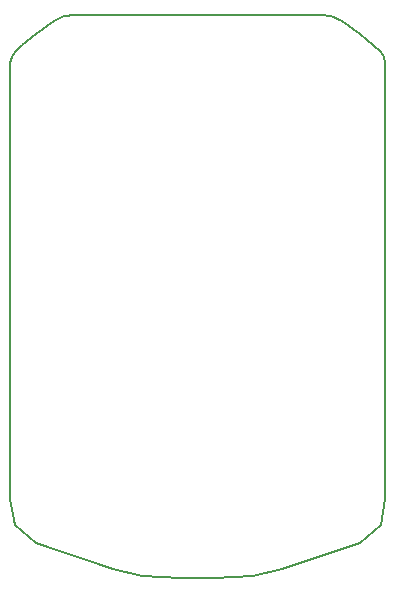
<source format=gbr>
G04 #@! TF.FileFunction,Profile,NP*
%FSLAX46Y46*%
G04 Gerber Fmt 4.6, Leading zero omitted, Abs format (unit mm)*
G04 Created by KiCad (PCBNEW 4.0.7-e2-6376~58~ubuntu16.04.1) date Thu Nov 16 15:54:30 2017*
%MOMM*%
%LPD*%
G01*
G04 APERTURE LIST*
%ADD10C,0.100000*%
%ADD11C,0.150000*%
G04 APERTURE END LIST*
D10*
D11*
X214503000Y-121361200D02*
X217297000Y-121361200D01*
X231775000Y-114681000D02*
X231394000Y-116840000D01*
X231394000Y-116840000D02*
X229641400Y-118364000D01*
X229641400Y-118364000D02*
X223062800Y-120599200D01*
X223062800Y-120599200D02*
X220599000Y-121208800D01*
X220599000Y-121208800D02*
X217297000Y-121361200D01*
X211201000Y-121208800D02*
X214503000Y-121361200D01*
X208737200Y-120599200D02*
X211201000Y-121208800D01*
X202158600Y-118364000D02*
X208737200Y-120599200D01*
X200406000Y-116840000D02*
X202158600Y-118364000D01*
X200025000Y-114681000D02*
X200406000Y-116840000D01*
X200025000Y-77724000D02*
X200025000Y-114681000D01*
X231775000Y-77724000D02*
X231775000Y-114681000D01*
X226314000Y-73660000D02*
X205486000Y-73660000D01*
X231775000Y-77724000D02*
X231648000Y-77216000D01*
X231648000Y-77216000D02*
X231394000Y-76835000D01*
X231394000Y-76835000D02*
X230759000Y-76200000D01*
X230759000Y-76200000D02*
X229616000Y-75311000D01*
X229616000Y-75311000D02*
X228092000Y-74168000D01*
X228092000Y-74168000D02*
X227203000Y-73787000D01*
X227203000Y-73787000D02*
X226314000Y-73660000D01*
X204597000Y-73787000D02*
X205486000Y-73660000D01*
X203708000Y-74168000D02*
X204597000Y-73787000D01*
X202184000Y-75311000D02*
X203708000Y-74168000D01*
X201041000Y-76200000D02*
X202184000Y-75311000D01*
X200406000Y-76835000D02*
X201041000Y-76200000D01*
X200152000Y-77216000D02*
X200406000Y-76835000D01*
X200025000Y-77724000D02*
X200152000Y-77216000D01*
M02*

</source>
